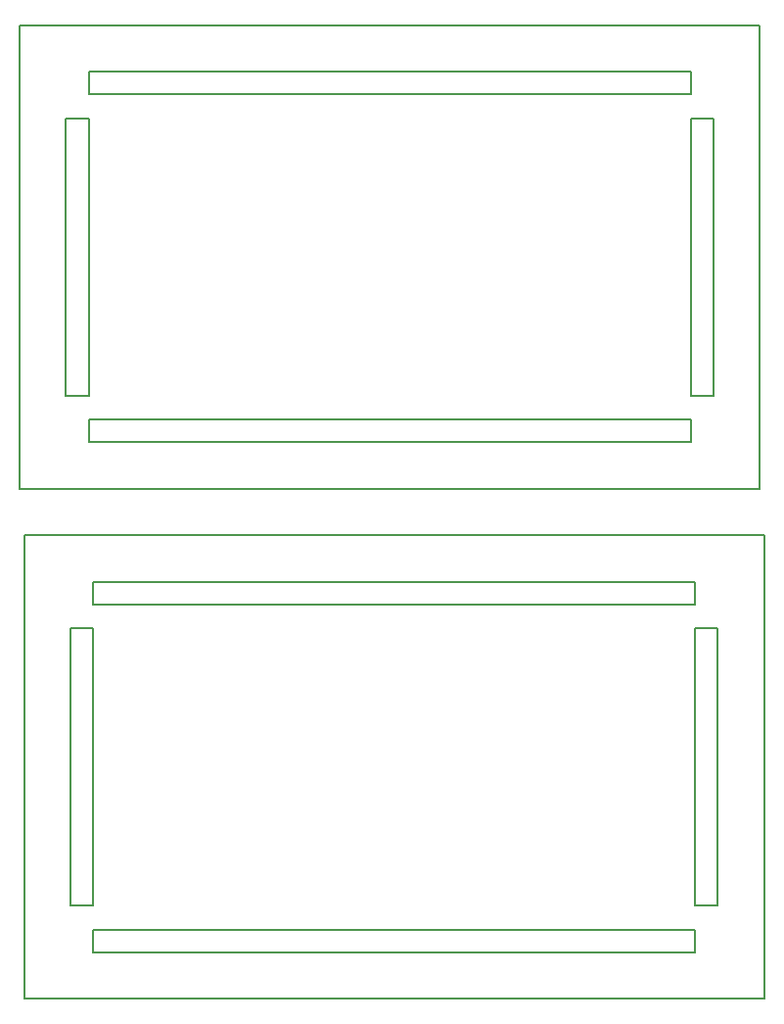
<source format=gbr>
G04 #@! TF.GenerationSoftware,KiCad,Pcbnew,(5.1.2-1)-1*
G04 #@! TF.CreationDate,2019-05-11T19:45:26-07:00*
G04 #@! TF.ProjectId,bottom-top,626f7474-6f6d-42d7-946f-702e6b696361,rev?*
G04 #@! TF.SameCoordinates,Original*
G04 #@! TF.FileFunction,Profile,NP*
%FSLAX46Y46*%
G04 Gerber Fmt 4.6, Leading zero omitted, Abs format (unit mm)*
G04 Created by KiCad (PCBNEW (5.1.2-1)-1) date 2019-05-11 19:45:26*
%MOMM*%
%LPD*%
G04 APERTURE LIST*
%ADD10C,0.200000*%
G04 APERTURE END LIST*
D10*
X101200000Y-81680000D02*
X153300000Y-81680000D01*
X101200000Y-83630001D02*
X101200000Y-81680000D01*
X153300000Y-79630000D02*
X155250000Y-79630000D01*
X155250000Y-79630000D02*
X155250000Y-55630000D01*
X153300000Y-53580000D02*
X101200000Y-53580000D01*
X153300000Y-51630000D02*
X153300000Y-53580000D01*
X101200000Y-51630000D02*
X153300000Y-51630000D01*
X101200000Y-53580000D02*
X101200000Y-51630000D01*
X153300000Y-83630000D02*
X101200000Y-83630001D01*
X153300000Y-81680000D02*
X153300000Y-83630000D01*
X155250000Y-55630000D02*
X153300000Y-55630000D01*
X153300000Y-55630000D02*
X153300000Y-79630000D01*
X99250000Y-79630000D02*
X101200000Y-79630000D01*
X101200000Y-79630000D02*
X101199999Y-55630000D01*
X101199999Y-55630000D02*
X99249999Y-55630000D01*
X99249999Y-55630000D02*
X99250000Y-79630000D01*
X95250000Y-47630000D02*
X159250000Y-47630000D01*
X159250000Y-47630000D02*
X159250000Y-87630000D01*
X159250000Y-87630000D02*
X95250000Y-87630000D01*
X95250000Y-87630000D02*
X95250000Y-47630000D01*
X99620000Y-123680000D02*
X101570000Y-123680000D01*
X153670000Y-95680000D02*
X153670000Y-97630000D01*
X95620000Y-91680000D02*
X159620000Y-91680000D01*
X95620000Y-131680000D02*
X95620000Y-91680000D01*
X153670000Y-123680000D02*
X155620000Y-123680000D01*
X101570000Y-125730000D02*
X153670000Y-125730000D01*
X153670000Y-97630000D02*
X101570000Y-97630000D01*
X155620000Y-123680000D02*
X155620000Y-99680000D01*
X153670000Y-127680000D02*
X101570000Y-127680001D01*
X101569999Y-99680000D02*
X99619999Y-99680000D01*
X101570000Y-95680000D02*
X153670000Y-95680000D01*
X159620000Y-91680000D02*
X159620000Y-131680000D01*
X101570000Y-123680000D02*
X101569999Y-99680000D01*
X99619999Y-99680000D02*
X99620000Y-123680000D01*
X153670000Y-99680000D02*
X153670000Y-123680000D01*
X101570000Y-127680001D02*
X101570000Y-125730000D01*
X155620000Y-99680000D02*
X153670000Y-99680000D01*
X159620000Y-131680000D02*
X95620000Y-131680000D01*
X101570000Y-97630000D02*
X101570000Y-95680000D01*
X153670000Y-125730000D02*
X153670000Y-127680000D01*
M02*

</source>
